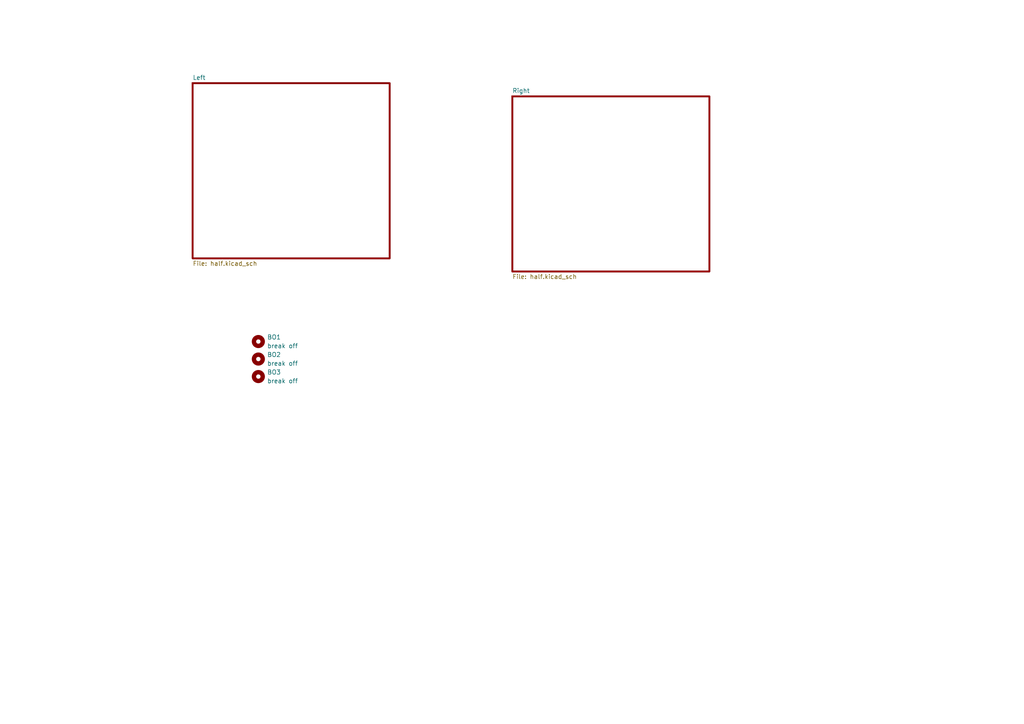
<source format=kicad_sch>
(kicad_sch
	(version 20250114)
	(generator "eeschema")
	(generator_version "9.0")
	(uuid "9b982755-9fea-4617-991b-1553b6cb479b")
	(paper "A4")
	(lib_symbols
		(symbol "Mechanical:MountingHole"
			(pin_names
				(offset 1.016)
			)
			(exclude_from_sim no)
			(in_bom no)
			(on_board yes)
			(property "Reference" "H"
				(at 0 5.08 0)
				(effects
					(font
						(size 1.27 1.27)
					)
				)
			)
			(property "Value" "MountingHole"
				(at 0 3.175 0)
				(effects
					(font
						(size 1.27 1.27)
					)
				)
			)
			(property "Footprint" ""
				(at 0 0 0)
				(effects
					(font
						(size 1.27 1.27)
					)
					(hide yes)
				)
			)
			(property "Datasheet" "~"
				(at 0 0 0)
				(effects
					(font
						(size 1.27 1.27)
					)
					(hide yes)
				)
			)
			(property "Description" "Mounting Hole without connection"
				(at 0 0 0)
				(effects
					(font
						(size 1.27 1.27)
					)
					(hide yes)
				)
			)
			(property "ki_keywords" "mounting hole"
				(at 0 0 0)
				(effects
					(font
						(size 1.27 1.27)
					)
					(hide yes)
				)
			)
			(property "ki_fp_filters" "MountingHole*"
				(at 0 0 0)
				(effects
					(font
						(size 1.27 1.27)
					)
					(hide yes)
				)
			)
			(symbol "MountingHole_0_1"
				(circle
					(center 0 0)
					(radius 1.27)
					(stroke
						(width 1.27)
						(type default)
					)
					(fill
						(type none)
					)
				)
			)
			(embedded_fonts no)
		)
	)
	(symbol
		(lib_id "Mechanical:MountingHole")
		(at 74.93 104.14 0)
		(unit 1)
		(exclude_from_sim no)
		(in_bom no)
		(on_board yes)
		(dnp no)
		(uuid "11ffdcb1-c5f5-4ce8-9edf-15a4090e8b6b")
		(property "Reference" "BO2"
			(at 77.47 102.8699 0)
			(effects
				(font
					(size 1.27 1.27)
				)
				(justify left)
			)
		)
		(property "Value" "break off"
			(at 77.47 105.4099 0)
			(effects
				(font
					(size 1.27 1.27)
				)
				(justify left)
			)
		)
		(property "Footprint" "mousebites:mouse-bite-5mm-slot"
			(at 74.93 104.14 0)
			(effects
				(font
					(size 1.27 1.27)
				)
				(hide yes)
			)
		)
		(property "Datasheet" "~"
			(at 74.93 104.14 0)
			(effects
				(font
					(size 1.27 1.27)
				)
				(hide yes)
			)
		)
		(property "Description" "Mounting Hole without connection"
			(at 74.93 104.14 0)
			(effects
				(font
					(size 1.27 1.27)
				)
				(hide yes)
			)
		)
		(instances
			(project "Split Keyboard"
				(path "/9b982755-9fea-4617-991b-1553b6cb479b"
					(reference "BO2")
					(unit 1)
				)
			)
		)
	)
	(symbol
		(lib_id "Mechanical:MountingHole")
		(at 74.93 109.22 0)
		(unit 1)
		(exclude_from_sim no)
		(in_bom no)
		(on_board yes)
		(dnp no)
		(fields_autoplaced yes)
		(uuid "9cd2a519-8e11-4553-aced-c3b6028e05e0")
		(property "Reference" "BO3"
			(at 77.47 107.9499 0)
			(effects
				(font
					(size 1.27 1.27)
				)
				(justify left)
			)
		)
		(property "Value" "break off"
			(at 77.47 110.4899 0)
			(effects
				(font
					(size 1.27 1.27)
				)
				(justify left)
			)
		)
		(property "Footprint" "mousebites:mouse-bite-5mm-slot"
			(at 74.93 109.22 0)
			(effects
				(font
					(size 1.27 1.27)
				)
				(hide yes)
			)
		)
		(property "Datasheet" "~"
			(at 74.93 109.22 0)
			(effects
				(font
					(size 1.27 1.27)
				)
				(hide yes)
			)
		)
		(property "Description" "Mounting Hole without connection"
			(at 74.93 109.22 0)
			(effects
				(font
					(size 1.27 1.27)
				)
				(hide yes)
			)
		)
		(instances
			(project "Split Keyboard"
				(path "/9b982755-9fea-4617-991b-1553b6cb479b"
					(reference "BO3")
					(unit 1)
				)
			)
		)
	)
	(symbol
		(lib_id "Mechanical:MountingHole")
		(at 74.93 99.06 0)
		(unit 1)
		(exclude_from_sim no)
		(in_bom no)
		(on_board yes)
		(dnp no)
		(fields_autoplaced yes)
		(uuid "d840e4a0-6867-419f-b912-71dcbbc48892")
		(property "Reference" "BO1"
			(at 77.47 97.7899 0)
			(effects
				(font
					(size 1.27 1.27)
				)
				(justify left)
			)
		)
		(property "Value" "break off"
			(at 77.47 100.3299 0)
			(effects
				(font
					(size 1.27 1.27)
				)
				(justify left)
			)
		)
		(property "Footprint" "mousebites:mouse-bite-5mm-slot"
			(at 74.93 99.06 0)
			(effects
				(font
					(size 1.27 1.27)
				)
				(hide yes)
			)
		)
		(property "Datasheet" "~"
			(at 74.93 99.06 0)
			(effects
				(font
					(size 1.27 1.27)
				)
				(hide yes)
			)
		)
		(property "Description" "Mounting Hole without connection"
			(at 74.93 99.06 0)
			(effects
				(font
					(size 1.27 1.27)
				)
				(hide yes)
			)
		)
		(instances
			(project ""
				(path "/9b982755-9fea-4617-991b-1553b6cb479b"
					(reference "BO1")
					(unit 1)
				)
			)
		)
	)
	(sheet
		(at 55.88 24.13)
		(size 57.15 50.8)
		(exclude_from_sim no)
		(in_bom yes)
		(on_board yes)
		(dnp no)
		(fields_autoplaced yes)
		(stroke
			(width 0.5)
			(type solid)
		)
		(fill
			(color 0 0 0 0.0000)
		)
		(uuid "3d76700d-aebc-4cf5-80cf-ec0ddcc2e8ab")
		(property "Sheetname" "Left"
			(at 55.88 23.2446 0)
			(effects
				(font
					(size 1.27 1.27)
				)
				(justify left bottom)
			)
		)
		(property "Sheetfile" "half.kicad_sch"
			(at 55.88 75.6884 0)
			(effects
				(font
					(size 1.27 1.27)
				)
				(justify left top)
			)
		)
		(instances
			(project "Split Keyboard"
				(path "/9b982755-9fea-4617-991b-1553b6cb479b"
					(page "4")
				)
			)
		)
	)
	(sheet
		(at 148.59 27.94)
		(size 57.15 50.8)
		(exclude_from_sim no)
		(in_bom yes)
		(on_board yes)
		(dnp no)
		(fields_autoplaced yes)
		(stroke
			(width 0.5)
			(type solid)
		)
		(fill
			(color 0 0 0 0.0000)
		)
		(uuid "75f4c0b8-9625-4373-a55d-c241769cb25d")
		(property "Sheetname" "Right"
			(at 148.59 27.0546 0)
			(effects
				(font
					(size 1.27 1.27)
				)
				(justify left bottom)
			)
		)
		(property "Sheetfile" "half.kicad_sch"
			(at 148.59 79.4984 0)
			(effects
				(font
					(size 1.27 1.27)
				)
				(justify left top)
			)
		)
		(instances
			(project "Split Keyboard"
				(path "/9b982755-9fea-4617-991b-1553b6cb479b"
					(page "2")
				)
			)
		)
	)
	(sheet_instances
		(path "/"
			(page "1")
		)
	)
	(embedded_fonts no)
)

</source>
